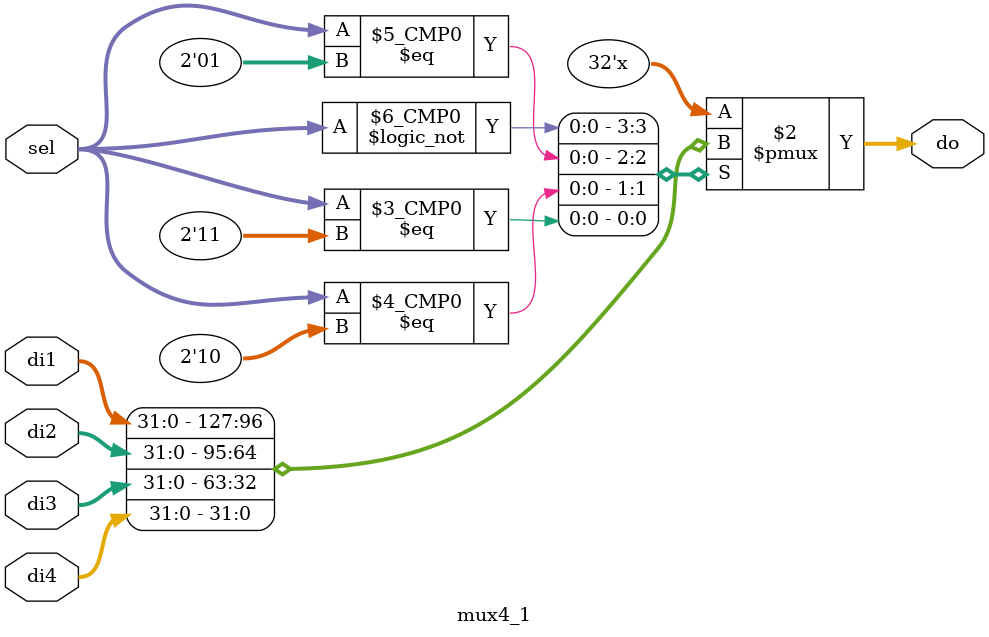
<source format=v>
`timescale 1ns / 1ps


module mux4_1 #(parameter n=32)( input [n-1:0] di1,input [n-1:0] di2,input [n-1:0] di3,input [n-1:0] di4, input [1:0] sel,output reg [n-1:0] do);
always@(di1 or di2 or di3 or di4 or sel)
    begin
        case({sel})
            2'b00:do=di1;
            2'b01:do=di2;
            2'b10:do=di3;
            2'b11:do=di4;
        endcase
    end
endmodule
</source>
